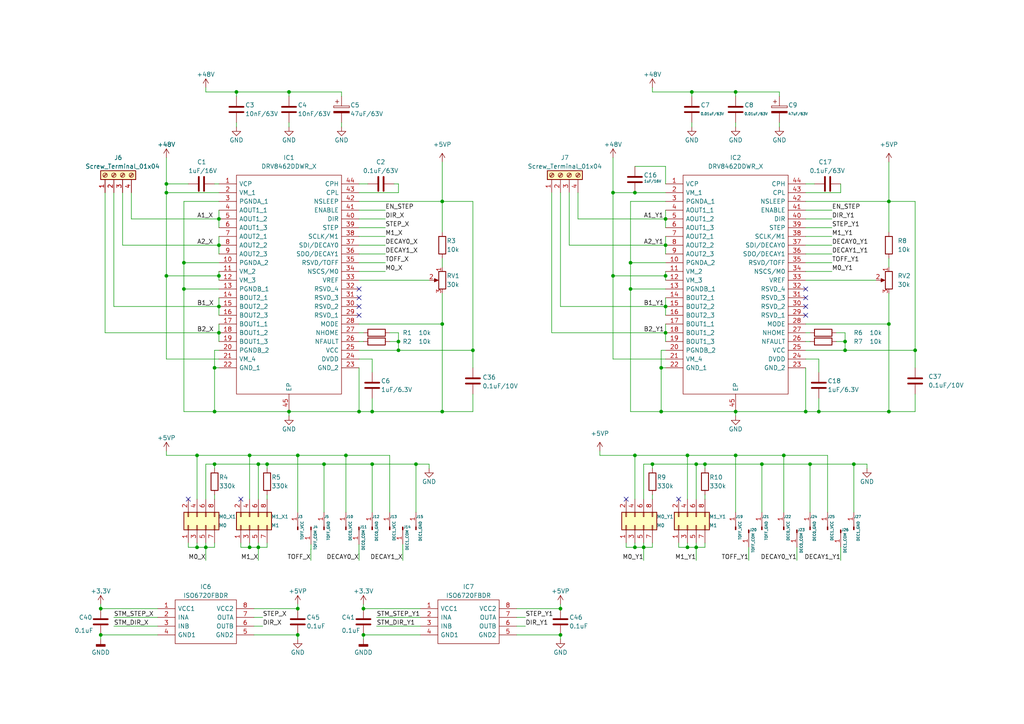
<source format=kicad_sch>
(kicad_sch (version 20230121) (generator eeschema)
  (paper "A4")
  (title_block (title "PCK Controller V1") (company "Josef Pecka"))
  (junction (at 128.27 119.38))
  (junction (at 62.23 119.38))
  (junction (at 86.36 132.08))
  (junction (at 77.47 134.62))
  (junction (at 204.47 134.62))
  (junction (at 182.88 76.2))
  (junction (at 137.16 101.6))
  (junction (at 57.15 158.75))
  (junction (at 184.15 55.88))
  (junction (at 74.93 158.75))
  (junction (at 63.5 80.01))
  (junction (at 57.15 132.08))
  (junction (at 245.11 101.6))
  (junction (at 48.26 80.01))
  (junction (at 86.36 184.15))
  (junction (at 59.69 158.75))
  (junction (at 115.57 99.06))
  (junction (at 213.36 26.67))
  (junction (at 184.15 132.08))
  (junction (at 265.43 101.6))
  (junction (at 128.27 58.42))
  (junction (at 29.21 176.53))
  (junction (at 191.77 119.38))
  (junction (at 193.04 88.9))
  (junction (at 162.56 184.15))
  (junction (at 257.81 93.98))
  (junction (at 201.93 158.75))
  (junction (at 237.49 119.38))
  (junction (at 220.98 134.62))
  (junction (at 83.82 119.38))
  (junction (at 53.34 83.82))
  (junction (at 257.81 119.38))
  (junction (at 104.14 119.38))
  (junction (at 63.5 63.5))
  (junction (at 199.39 132.08))
  (junction (at 199.39 158.75))
  (junction (at 128.27 93.98))
  (junction (at 63.5 96.52))
  (junction (at 201.93 134.62))
  (junction (at 48.26 55.88))
  (junction (at 200.66 26.67))
  (junction (at 182.88 83.82))
  (junction (at 120.65 134.62))
  (junction (at 227.33 132.08))
  (junction (at 234.95 134.62))
  (junction (at 177.8 55.88))
  (junction (at 63.5 88.9))
  (junction (at 62.23 106.68))
  (junction (at 53.34 76.2))
  (junction (at 105.41 176.53))
  (junction (at 100.33 132.08))
  (junction (at 72.39 132.08))
  (junction (at 233.68 119.38))
  (junction (at 189.23 134.62))
  (junction (at 74.93 134.62))
  (junction (at 177.8 80.01))
  (junction (at 213.36 132.08))
  (junction (at 162.56 176.53))
  (junction (at 191.77 106.68))
  (junction (at 105.41 184.15))
  (junction (at 68.58 26.67))
  (junction (at 62.23 134.62))
  (junction (at 184.15 158.75))
  (junction (at 193.04 71.12))
  (junction (at 193.04 63.5))
  (junction (at 186.69 158.75))
  (junction (at 86.36 176.53))
  (junction (at 245.11 99.06))
  (junction (at 72.39 158.75))
  (junction (at 115.57 101.6))
  (junction (at 107.95 134.62))
  (junction (at 193.04 80.01))
  (junction (at 213.36 119.38))
  (junction (at 29.21 184.15))
  (junction (at 83.82 26.67))
  (junction (at 247.65 134.62))
  (junction (at 63.5 71.12))
  (junction (at 257.81 58.42))
  (junction (at 48.26 53.34))
  (junction (at 93.98 134.62))
  (junction (at 193.04 96.52))
  (junction (at 107.95 119.38))
  (no_connect (at 196.85 144.78))
  (no_connect (at 54.61 144.78))
  (no_connect (at 104.14 91.44))
  (no_connect (at 69.85 144.78))
  (no_connect (at 104.14 88.9))
  (no_connect (at 233.68 88.9))
  (no_connect (at 233.68 83.82))
  (no_connect (at 104.14 83.82))
  (no_connect (at 181.61 144.78))
  (no_connect (at 104.14 86.36))
  (no_connect (at 233.68 91.44))
  (no_connect (at 233.68 86.36))
  (wire (pts (xy 77.47 158.75) (xy 74.93 158.75)))
  (wire (pts (xy 104.14 119.38) (xy 107.95 119.38)))
  (wire (pts (xy 184.15 132.08) (xy 199.39 132.08)))
  (wire (pts (xy 182.88 76.2) (xy 193.04 76.2)))
  (wire (pts (xy 38.1 63.5) (xy 38.1 55.88)))
  (wire (pts (xy 53.34 83.82) (xy 53.34 119.38)))
  (wire (pts (xy 86.36 176.53) (xy 86.36 175.26)))
  (wire (pts (xy 83.82 35.56) (xy 83.82 36.83)))
  (wire (pts (xy 189.23 158.75) (xy 186.69 158.75)))
  (wire (pts (xy 237.49 115.57) (xy 237.49 119.38)))
  (wire (pts (xy 38.1 63.5) (xy 63.5 63.5)))
  (wire (pts (xy 162.56 88.9) (xy 162.56 55.88)))
  (wire (pts (xy 48.26 104.14) (xy 63.5 104.14)))
  (wire (pts (xy 69.85 157.48) (xy 69.85 158.75)))
  (wire (pts (xy 115.57 96.52) (xy 115.57 99.06)))
  (wire (pts (xy 189.23 143.51) (xy 189.23 144.78)))
  (wire (pts (xy 243.84 158.75) (xy 243.84 162.56)))
  (wire (pts (xy 48.26 132.08) (xy 48.26 130.81)))
  (wire (pts (xy 182.88 83.82) (xy 182.88 119.38)))
  (wire (pts (xy 105.41 184.15) (xy 121.92 184.15)))
  (wire (pts (xy 257.81 85.09) (xy 257.81 93.98)))
  (wire (pts (xy 76.2 179.07) (xy 73.66 179.07)))
  (wire (pts (xy 54.61 158.75) (xy 57.15 158.75)))
  (wire (pts (xy 104.14 66.04) (xy 111.76 66.04)))
  (wire (pts (xy 104.14 99.06) (xy 105.41 99.06)))
  (wire (pts (xy 77.47 134.62) (xy 77.47 135.89)))
  (wire (pts (xy 33.02 88.9) (xy 63.5 88.9)))
  (wire (pts (xy 213.36 132.08) (xy 199.39 132.08)))
  (wire (pts (xy 181.61 158.75) (xy 184.15 158.75)))
  (wire (pts (xy 137.16 58.42) (xy 137.16 101.6)))
  (wire (pts (xy 149.86 176.53) (xy 162.56 176.53)))
  (wire (pts (xy 237.49 107.95) (xy 237.49 104.14)))
  (wire (pts (xy 213.36 26.67) (xy 226.06 26.67)))
  (wire (pts (xy 204.47 134.62) (xy 204.47 135.89)))
  (wire (pts (xy 74.93 134.62) (xy 77.47 134.62)))
  (wire (pts (xy 204.47 143.51) (xy 204.47 144.78)))
  (wire (pts (xy 62.23 106.68) (xy 62.23 119.38)))
  (wire (pts (xy 213.36 132.08) (xy 227.33 132.08)))
  (wire (pts (xy 233.68 96.52) (xy 234.95 96.52)))
  (wire (pts (xy 243.84 55.88) (xy 243.84 53.34)))
  (wire (pts (xy 116.8204 159.3798) (xy 116.84 159.3798)))
  (wire (pts (xy 128.27 119.38) (xy 137.16 119.38)))
  (wire (pts (xy 204.47 158.75) (xy 201.93 158.75)))
  (wire (pts (xy 181.61 157.48) (xy 181.61 158.75)))
  (wire (pts (xy 53.34 119.38) (xy 62.23 119.38)))
  (wire (pts (xy 199.39 132.08) (xy 199.39 144.78)))
  (wire (pts (xy 245.11 99.06) (xy 245.11 101.6)))
  (wire (pts (xy 83.82 119.38) (xy 104.14 119.38)))
  (wire (pts (xy 59.69 26.67) (xy 68.58 26.67)))
  (wire (pts (xy 104.14 60.96) (xy 111.76 60.96)))
  (wire (pts (xy 109.22 179.07) (xy 121.92 179.07)))
  (wire (pts (xy 193.04 96.52) (xy 193.04 99.06)))
  (wire (pts (xy 184.15 158.75) (xy 184.15 157.48)))
  (wire (pts (xy 30.48 96.52) (xy 30.48 55.88)))
  (wire (pts (xy 104.14 63.5) (xy 111.76 63.5)))
  (wire (pts (xy 227.33 132.08) (xy 240.03 132.08)))
  (wire (pts (xy 111.76 68.58) (xy 104.14 68.58)))
  (wire (pts (xy 29.21 175.26) (xy 29.21 176.53)))
  (wire (pts (xy 201.93 162.56) (xy 201.93 158.75)))
  (wire (pts (xy 109.22 181.61) (xy 121.92 181.61)))
  (wire (pts (xy 233.68 106.68) (xy 233.68 119.38)))
  (wire (pts (xy 137.16 119.38) (xy 137.16 114.3)))
  (wire (pts (xy 182.88 119.38) (xy 191.77 119.38)))
  (wire (pts (xy 54.61 157.48) (xy 54.61 158.75)))
  (wire (pts (xy 72.39 132.08) (xy 72.39 144.78)))
  (wire (pts (xy 69.85 158.75) (xy 72.39 158.75)))
  (wire (pts (xy 152.4 181.61) (xy 149.86 181.61)))
  (wire (pts (xy 63.5 93.98) (xy 63.5 96.52)))
  (wire (pts (xy 257.81 93.98) (xy 257.81 119.38)))
  (wire (pts (xy 128.27 58.42) (xy 128.27 67.31)))
  (wire (pts (xy 62.23 158.75) (xy 59.69 158.75)))
  (wire (pts (xy 189.23 134.62) (xy 201.93 134.62)))
  (wire (pts (xy 167.64 63.5) (xy 167.64 55.88)))
  (wire (pts (xy 137.16 101.6) (xy 137.16 106.68)))
  (wire (pts (xy 73.66 176.53) (xy 86.36 176.53)))
  (wire (pts (xy 204.47 134.62) (xy 220.98 134.62)))
  (wire (pts (xy 200.66 35.56) (xy 200.66 36.83)))
  (wire (pts (xy 234.95 134.62) (xy 247.65 134.62)))
  (wire (pts (xy 160.02 96.52) (xy 193.04 96.52)))
  (wire (pts (xy 149.86 184.15) (xy 162.56 184.15)))
  (wire (pts (xy 182.88 83.82) (xy 193.04 83.82)))
  (wire (pts (xy 193.04 60.96) (xy 193.04 63.5)))
  (wire (pts (xy 86.36 132.08) (xy 72.39 132.08)))
  (wire (pts (xy 233.68 81.28) (xy 254 81.28)))
  (wire (pts (xy 189.23 134.62) (xy 189.23 135.89)))
  (wire (pts (xy 162.56 88.9) (xy 193.04 88.9)))
  (wire (pts (xy 196.85 158.75) (xy 199.39 158.75)))
  (wire (pts (xy 35.56 71.12) (xy 35.56 55.88)))
  (wire (pts (xy 165.1 71.12) (xy 165.1 55.88)))
  (wire (pts (xy 233.68 66.04) (xy 241.3 66.04)))
  (wire (pts (xy 186.69 158.75) (xy 186.69 157.48)))
  (wire (pts (xy 220.98 134.62) (xy 234.95 134.62)))
  (wire (pts (xy 116.8204 157.9191) (xy 116.8204 159.3798)))
  (wire (pts (xy 226.06 35.56) (xy 226.06 36.83)))
  (wire (pts (xy 68.58 26.67) (xy 83.82 26.67)))
  (wire (pts (xy 93.98 134.62) (xy 107.95 134.62)))
  (wire (pts (xy 33.02 88.9) (xy 33.02 55.88)))
  (wire (pts (xy 201.93 134.62) (xy 201.93 144.78)))
  (wire (pts (xy 233.68 63.5) (xy 241.3 63.5)))
  (wire (pts (xy 57.15 158.75) (xy 57.15 157.48)))
  (wire (pts (xy 213.36 35.56) (xy 213.36 36.83)))
  (wire (pts (xy 72.39 158.75) (xy 72.39 157.48)))
  (wire (pts (xy 257.81 58.42) (xy 257.81 67.31)))
  (wire (pts (xy 167.64 63.5) (xy 193.04 63.5)))
  (wire (pts (xy 241.3 78.74) (xy 233.68 78.74)))
  (wire (pts (xy 57.15 132.08) (xy 72.39 132.08)))
  (wire (pts (xy 100.33 132.08) (xy 113.03 132.08)))
  (wire (pts (xy 86.36 148.59) (xy 86.36 132.08)))
  (wire (pts (xy 90.2013 159.3162) (xy 90.17 159.3162)))
  (wire (pts (xy 247.65 134.62) (xy 251.46 134.62)))
  (wire (pts (xy 115.57 55.88) (xy 115.57 53.34)))
  (wire (pts (xy 213.36 26.67) (xy 213.36 27.94)))
  (wire (pts (xy 193.04 63.5) (xy 193.04 66.04)))
  (wire (pts (xy 77.47 134.62) (xy 93.98 134.62)))
  (wire (pts (xy 241.3 76.2) (xy 233.68 76.2)))
  (wire (pts (xy 173.99 132.08) (xy 184.15 132.08)))
  (wire (pts (xy 62.23 134.62) (xy 62.23 135.89)))
  (wire (pts (xy 63.5 78.74) (xy 63.5 80.01)))
  (wire (pts (xy 251.46 134.62) (xy 251.46 135.89)))
  (wire (pts (xy 63.5 68.58) (xy 63.5 71.12)))
  (wire (pts (xy 200.66 26.67) (xy 213.36 26.67)))
  (wire (pts (xy 265.43 119.38) (xy 265.43 114.3)))
  (wire (pts (xy 115.57 101.6) (xy 137.16 101.6)))
  (wire (pts (xy 74.93 158.75) (xy 74.93 157.48)))
  (wire (pts (xy 76.2 181.61) (xy 73.66 181.61)))
  (wire (pts (xy 160.02 96.52) (xy 160.02 55.88)))
  (wire (pts (xy 62.23 157.48) (xy 62.23 158.75)))
  (wire (pts (xy 242.57 99.06) (xy 245.11 99.06)))
  (wire (pts (xy 162.56 176.53) (xy 162.56 175.26)))
  (wire (pts (xy 201.93 158.75) (xy 201.93 157.48)))
  (wire (pts (xy 182.88 76.2) (xy 182.88 83.82)))
  (wire (pts (xy 196.85 157.48) (xy 196.85 158.75)))
  (wire (pts (xy 128.27 58.42) (xy 137.16 58.42)))
  (wire (pts (xy 107.95 119.38) (xy 128.27 119.38)))
  (wire (pts (xy 213.36 148.59) (xy 213.36 132.08)))
  (wire (pts (xy 33.02 179.07) (xy 45.72 179.07)))
  (wire (pts (xy 104.14 81.28) (xy 124.46 81.28)))
  (wire (pts (xy 105.41 185.42) (xy 105.41 184.15)))
  (wire (pts (xy 177.8 45.72) (xy 177.8 55.88)))
  (wire (pts (xy 57.15 132.08) (xy 57.15 144.78)))
  (wire (pts (xy 30.48 96.52) (xy 63.5 96.52)))
  (wire (pts (xy 186.69 144.78) (xy 186.69 134.62)))
  (wire (pts (xy 191.77 106.68) (xy 191.77 119.38)))
  (wire (pts (xy 104.1204 157.9191) (xy 104.1204 160.6498)))
  (wire (pts (xy 63.5 96.52) (xy 63.5 99.06)))
  (wire (pts (xy 233.68 119.38) (xy 237.49 119.38)))
  (wire (pts (xy 226.06 26.67) (xy 226.06 27.94)))
  (wire (pts (xy 257.81 58.42) (xy 265.43 58.42)))
  (wire (pts (xy 86.36 184.15) (xy 86.36 185.42)))
  (wire (pts (xy 193.04 101.6) (xy 191.77 101.6)))
  (wire (pts (xy 184.15 132.08) (xy 184.15 144.78)))
  (wire (pts (xy 59.69 158.75) (xy 59.69 157.48)))
  (wire (pts (xy 68.58 35.56) (xy 68.58 36.83)))
  (wire (pts (xy 48.26 80.01) (xy 63.5 80.01)))
  (wire (pts (xy 99.06 35.56) (xy 99.06 36.83)))
  (wire (pts (xy 29.21 185.42) (xy 29.21 184.15)))
  (wire (pts (xy 234.95 134.62) (xy 234.95 148.59)))
  (wire (pts (xy 233.68 60.96) (xy 241.3 60.96)))
  (wire (pts (xy 233.68 101.6) (xy 245.11 101.6)))
  (wire (pts (xy 245.11 101.6) (xy 265.43 101.6)))
  (wire (pts (xy 201.93 158.75) (xy 199.39 158.75)))
  (wire (pts (xy 63.5 86.36) (xy 63.5 88.9)))
  (wire (pts (xy 257.81 46.99) (xy 257.81 58.42)))
  (wire (pts (xy 152.4 179.07) (xy 149.86 179.07)))
  (wire (pts (xy 120.65 134.62) (xy 120.65 148.59)))
  (wire (pts (xy 29.21 184.15) (xy 45.72 184.15)))
  (wire (pts (xy 177.8 55.88) (xy 184.15 55.88)))
  (wire (pts (xy 204.47 157.48) (xy 204.47 158.75)))
  (wire (pts (xy 104.14 55.88) (xy 115.57 55.88)))
  (wire (pts (xy 83.82 26.67) (xy 99.06 26.67)))
  (wire (pts (xy 59.69 144.78) (xy 59.69 134.62)))
  (wire (pts (xy 165.1 71.12) (xy 193.04 71.12)))
  (wire (pts (xy 233.68 99.06) (xy 234.95 99.06)))
  (wire (pts (xy 242.57 96.52) (xy 245.11 96.52)))
  (wire (pts (xy 189.23 26.67) (xy 200.66 26.67)))
  (wire (pts (xy 162.56 184.15) (xy 162.56 185.42)))
  (wire (pts (xy 191.77 106.68) (xy 193.04 106.68)))
  (wire (pts (xy 237.49 119.38) (xy 257.81 119.38)))
  (wire (pts (xy 220.98 134.62) (xy 220.98 148.59)))
  (wire (pts (xy 265.43 58.42) (xy 265.43 101.6)))
  (wire (pts (xy 184.15 55.88) (xy 193.04 55.88)))
  (wire (pts (xy 213.36 120.65) (xy 213.36 119.38)))
  (wire (pts (xy 107.95 115.57) (xy 107.95 119.38)))
  (wire (pts (xy 193.04 93.98) (xy 193.04 96.52)))
  (wire (pts (xy 48.26 55.88) (xy 63.5 55.88)))
  (wire (pts (xy 63.5 60.96) (xy 63.5 63.5)))
  (wire (pts (xy 105.41 175.26) (xy 105.41 176.53)))
  (wire (pts (xy 53.34 58.42) (xy 63.5 58.42)))
  (wire (pts (xy 62.23 134.62) (xy 74.93 134.62)))
  (wire (pts (xy 120.65 134.62) (xy 124.46 134.62)))
  (wire (pts (xy 74.93 158.75) (xy 72.39 158.75)))
  (wire (pts (xy 105.41 176.53) (xy 121.92 176.53)))
  (wire (pts (xy 86.36 132.08) (xy 100.33 132.08)))
  (wire (pts (xy 241.3 68.58) (xy 233.68 68.58)))
  (wire (pts (xy 128.27 46.99) (xy 128.27 58.42)))
  (wire (pts (xy 233.68 58.42) (xy 257.81 58.42)))
  (wire (pts (xy 191.77 101.6) (xy 191.77 106.68)))
  (wire (pts (xy 233.68 53.34) (xy 236.22 53.34)))
  (wire (pts (xy 104.14 106.68) (xy 104.14 119.38)))
  (wire (pts (xy 115.57 99.06) (xy 115.57 101.6)))
  (wire (pts (xy 128.27 85.09) (xy 128.27 93.98)))
  (wire (pts (xy 74.93 134.62) (xy 74.93 144.78)))
  (wire (pts (xy 227.33 132.08) (xy 227.33 148.59)))
  (wire (pts (xy 107.95 104.14) (xy 104.14 104.14)))
  (wire (pts (xy 59.69 26.67) (xy 59.69 25.4)))
  (wire (pts (xy 193.04 80.01) (xy 193.04 81.28)))
  (wire (pts (xy 48.26 80.01) (xy 48.26 104.14)))
  (wire (pts (xy 177.8 55.88) (xy 177.8 80.01)))
  (wire (pts (xy 201.93 134.62) (xy 204.47 134.62)))
  (wire (pts (xy 63.5 88.9) (xy 63.5 91.44)))
  (wire (pts (xy 233.68 93.98) (xy 257.81 93.98)))
  (wire (pts (xy 193.04 48.26) (xy 193.04 53.34)))
  (wire (pts (xy 182.88 58.42) (xy 182.88 76.2)))
  (wire (pts (xy 177.8 80.01) (xy 193.04 80.01)))
  (wire (pts (xy 245.11 96.52) (xy 245.11 99.06)))
  (wire (pts (xy 90.17 159.3162) (xy 90.17 162.56)))
  (wire (pts (xy 48.26 55.88) (xy 48.26 80.01)))
  (wire (pts (xy 48.26 53.34) (xy 54.61 53.34)))
  (wire (pts (xy 48.26 132.08) (xy 57.15 132.08)))
  (wire (pts (xy 59.69 162.56) (xy 59.69 158.75)))
  (wire (pts (xy 111.76 73.66) (xy 104.14 73.66)))
  (wire (pts (xy 177.8 80.01) (xy 177.8 104.14)))
  (wire (pts (xy 53.34 83.82) (xy 63.5 83.82)))
  (wire (pts (xy 100.33 132.08) (xy 100.33 148.59)))
  (wire (pts (xy 213.36 119.38) (xy 191.77 119.38)))
  (wire (pts (xy 237.49 104.14) (xy 233.68 104.14)))
  (wire (pts (xy 240.03 132.08) (xy 240.03 148.59)))
  (wire (pts (xy 104.1204 160.6498) (xy 104.14 160.6498)))
  (wire (pts (xy 29.21 176.53) (xy 45.72 176.53)))
  (wire (pts (xy 193.04 68.58) (xy 193.04 71.12)))
  (wire (pts (xy 193.04 78.74) (xy 193.04 80.01)))
  (wire (pts (xy 184.15 48.26) (xy 193.04 48.26)))
  (wire (pts (xy 257.81 119.38) (xy 265.43 119.38)))
  (wire (pts (xy 115.57 53.34) (xy 114.3 53.34)))
  (wire (pts (xy 213.36 119.38) (xy 233.68 119.38)))
  (wire (pts (xy 59.69 158.75) (xy 57.15 158.75)))
  (wire (pts (xy 63.5 71.12) (xy 63.5 73.66)))
  (wire (pts (xy 53.34 76.2) (xy 53.34 83.82)))
  (wire (pts (xy 107.95 107.95) (xy 107.95 104.14)))
  (wire (pts (xy 77.47 157.48) (xy 77.47 158.75)))
  (wire (pts (xy 186.69 134.62) (xy 189.23 134.62)))
  (wire (pts (xy 74.93 162.56) (xy 74.93 158.75)))
  (wire (pts (xy 124.46 134.62) (xy 124.46 135.89)))
  (wire (pts (xy 265.43 101.6) (xy 265.43 106.68)))
  (wire (pts (xy 177.8 104.14) (xy 193.04 104.14)))
  (wire (pts (xy 189.23 26.67) (xy 189.23 25.4)))
  (wire (pts (xy 111.76 78.74) (xy 104.14 78.74)))
  (wire (pts (xy 63.5 101.6) (xy 62.23 101.6)))
  (wire (pts (xy 62.23 101.6) (xy 62.23 106.68)))
  (wire (pts (xy 48.26 45.72) (xy 48.26 53.34)))
  (wire (pts (xy 35.56 71.12) (xy 63.5 71.12)))
  (wire (pts (xy 189.23 157.48) (xy 189.23 158.75)))
  (wire (pts (xy 186.69 158.75) (xy 184.15 158.75)))
  (wire (pts (xy 128.27 74.93) (xy 128.27 77.47)))
  (wire (pts (xy 83.82 120.65) (xy 83.82 119.38)))
  (wire (pts (xy 116.84 159.3798) (xy 116.84 162.56)))
  (wire (pts (xy 200.66 26.67) (xy 200.66 27.94)))
  (wire (pts (xy 186.69 162.56) (xy 186.69 158.75)))
  (wire (pts (xy 193.04 71.12) (xy 193.04 73.66)))
  (wire (pts (xy 217.17 162.56) (xy 217.17 158.75)))
  (wire (pts (xy 241.3 73.66) (xy 233.68 73.66)))
  (wire (pts (xy 62.23 53.34) (xy 63.5 53.34)))
  (wire (pts (xy 257.81 74.93) (xy 257.81 77.47)))
  (wire (pts (xy 83.82 26.67) (xy 83.82 27.94)))
  (wire (pts (xy 104.14 160.6498) (xy 104.14 162.56)))
  (wire (pts (xy 111.76 71.12) (xy 104.14 71.12)))
  (wire (pts (xy 182.88 58.42) (xy 193.04 58.42)))
  (wire (pts (xy 33.02 181.61) (xy 45.72 181.61)))
  (wire (pts (xy 193.04 88.9) (xy 193.04 91.44)))
  (wire (pts (xy 193.04 86.36) (xy 193.04 88.9)))
  (wire (pts (xy 63.5 80.01) (xy 63.5 81.28)))
  (wire (pts (xy 77.47 143.51) (xy 77.47 144.78)))
  (wire (pts (xy 107.95 134.62) (xy 120.65 134.62)))
  (wire (pts (xy 128.27 93.98) (xy 128.27 119.38)))
  (wire (pts (xy 113.03 99.06) (xy 115.57 99.06)))
  (wire (pts (xy 62.23 143.51) (xy 62.23 144.78)))
  (wire (pts (xy 107.95 134.62) (xy 107.95 148.59)))
  (wire (pts (xy 104.14 96.52) (xy 105.41 96.52)))
  (wire (pts (xy 53.34 58.42) (xy 53.34 76.2)))
  (wire (pts (xy 113.03 132.08) (xy 113.03 148.59)))
  (wire (pts (xy 111.76 76.2) (xy 104.14 76.2)))
  (wire (pts (xy 173.99 130.81) (xy 173.99 132.08)))
  (wire (pts (xy 90.2013 159.3162) (xy 90.2013 157.9191)))
  (wire (pts (xy 104.14 93.98) (xy 128.27 93.98)))
  (wire (pts (xy 247.65 134.62) (xy 247.65 148.59)))
  (wire (pts (xy 104.14 53.34) (xy 106.68 53.34)))
  (wire (pts (xy 73.66 184.15) (xy 86.36 184.15)))
  (wire (pts (xy 231.14 158.75) (xy 231.14 162.56)))
  (wire (pts (xy 233.68 55.88) (xy 243.84 55.88)))
  (wire (pts (xy 113.03 96.52) (xy 115.57 96.52)))
  (wire (pts (xy 99.06 26.67) (xy 99.06 27.94)))
  (wire (pts (xy 83.82 119.38) (xy 62.23 119.38)))
  (wire (pts (xy 104.14 101.6) (xy 115.57 101.6)))
  (wire (pts (xy 241.3 71.12) (xy 233.68 71.12)))
  (wire (pts (xy 68.58 26.67) (xy 68.58 27.94)))
  (wire (pts (xy 199.39 158.75) (xy 199.39 157.48)))
  (wire (pts (xy 62.23 106.68) (xy 63.5 106.68)))
  (wire (pts (xy 48.26 53.34) (xy 48.26 55.88)))
  (wire (pts (xy 53.34 76.2) (xy 63.5 76.2)))
  (wire (pts (xy 63.5 63.5) (xy 63.5 66.04)))
  (wire (pts (xy 59.69 134.62) (xy 62.23 134.62)))
  (wire (pts (xy 104.14 58.42) (xy 128.27 58.42)))
  (wire (pts (xy 93.98 134.62) (xy 93.98 148.59)))
  (label "M1_X" (at 74.93 162.56 180))
  (label "DECAY1_X" (at 111.76 73.66 0))
  (label "DIR_Y1" (at 241.3 63.5 0))
  (label "STM_STEP_X" (at 33.02 179.07 0))
  (label "DIR_X" (at 111.76 63.5 0))
  (label "M0_X" (at 111.76 78.74 0))
  (label "DECAY0_X" (at 104.14 162.56 180))
  (label "EN_STEP" (at 241.3 60.96 0))
  (label "DECAY0_Y1" (at 241.3 71.12 0))
  (label "A2_Y1" (at 186.69 71.12 0))
  (label "B1_X" (at 57.15 88.9 0))
  (label "B1_Y1" (at 186.69 88.9 0))
  (label "M0_Y1" (at 241.3 78.74 0))
  (label "TOFF_Y1" (at 217.17 162.56 180))
  (label "M0_X" (at 59.69 162.56 180))
  (label "TOFF_Y1" (at 241.3 76.2 0))
  (label "STEP_X" (at 76.2 179.07 0))
  (label "B2_Y1" (at 186.69 96.52 0))
  (label "STM_DIR_X" (at 33.02 181.61 0))
  (label "STEP_Y1" (at 241.3 66.04 0))
  (label "TOFF_X" (at 90.17 162.56 180))
  (label "TOFF_X" (at 111.76 76.2 0))
  (label "A2_X" (at 57.15 71.12 0))
  (label "STEP_X" (at 111.76 66.04 0))
  (label "M0_Y1" (at 186.69 162.56 180))
  (label "STM_DIR_Y1" (at 109.22 181.61 0))
  (label "STEP_Y1" (at 152.4 179.07 0))
  (label "DECAY0_Y1" (at 231.14 162.56 180))
  (label "EN_STEP" (at 111.76 60.96 0))
  (label "M1_Y1" (at 201.93 162.56 180))
  (label "M1_X" (at 111.76 68.58 0))
  (label "B2_X" (at 57.15 96.52 0))
  (label "A1_Y1" (at 186.69 63.5 0))
  (label "M1_Y1" (at 241.3 68.58 0))
  (label "A1_X" (at 57.15 63.5 0))
  (label "DIR_X" (at 76.2 181.61 0))
  (label "STM_STEP_Y1" (at 109.22 179.07 0))
  (label "DECAY1_Y1" (at 241.3 73.66 0))
  (label "DECAY1_Y1" (at 243.84 162.56 180))
  (label "DECAY1_X" (at 116.84 162.56 180))
  (label "DECAY0_X" (at 111.76 71.12 0))
  (label "DIR_Y1" (at 152.4 181.61 0))
  (symbol (lib_id "power:GND") (at 83.82 36.83 0) (unit 1)
    (property "Reference" "#PWR08" (effects hide))
    (property "Value" "GND" (at 83.82 40.64 0))
    (instances (project "CNC_board" (path "" (reference "#PWR08") (unit 1))) (project "Schematic_export" (path "" (reference "#PWR027") (unit 1))) (project "CNC_controll_board" (path "" (reference "#PWR08") (unit 1))))
  )
  (symbol (lib_id "Connector:Conn_01x01_Pin") (at 107.95 153.67 90) (unit 1)
    (property "Reference" "J12" (at 107.95 149.86 90) (effects (font (size 0.75 0.75)) (justify right)))
    (property "Value" "DEC0_GND" (at 109.22 151.13 0) (effects (font (size 0.75 0.75)) (justify right)))
    (property "Footprint" "PADs:Pad_0.75x0.75mm_borderless" (effects hide))
    (instances (project "CNC_board" (path "" (reference "J12") (unit 1))) (project "Schematic_export" (path "" (reference "J8") (unit 1))))
  )
  (symbol (lib_id "Device:C") (at 213.36 31.75 0) (unit 1)
    (property "Reference" "C8" (at 215.9 30.48 0) (effects (justify left)))
    (property "Value" "0.01uF/63V" (at 215.9 33.02 0) (effects (font (size 0.75 0.75)) (justify left)))
    (property "Footprint" "Capacitor_SMD:C_0805_2012Metric" (effects hide))
    (instances (project "CNC_board" (path "" (reference "C8") (unit 1))) (project "Schematic_export" (path "" (reference "C24") (unit 1))) (project "CNC_controll_board" (path "" (reference "C4") (unit 1))))
  )
  (symbol (lib_id "Connector:Conn_01x01_Pin") (at 86.36 153.67 90) (unit 1)
    (property "Reference" "J3" (at 86.36 149.86 90) (effects (font (size 0.75 0.75)) (justify right)))
    (property "Value" "TOFF_VCC" (at 87.63 151.13 0) (effects (font (size 0.75 0.75)) (justify right)))
    (property "Footprint" "PADs:Pad_0.75x0.75mm_borderless" (effects hide))
  )
  (symbol (lib_id "Device:R") (at 189.23 139.7 0) (unit 1)
    (property "Reference" "R9" (at 190.5 138.43 0) (effects (justify left)))
    (property "Value" "330k" (at 190.5 140.97 0) (effects (justify left)))
    (property "Footprint" "Resistor_SMD:R_0603_1608Metric" (effects hide))
    (instances (project "CNC_board" (path "" (reference "R9") (unit 1))) (project "Schematic_export" (path "" (reference "R13") (unit 1))))
  )
  (symbol (lib_id "Device:C") (at 29.21 180.34 0) (unit 1)
    (property "Reference" "C40" (at 22.86 179.07 0) (effects (justify left)))
    (property "Value" "0.1uF" (at 21.59 182.88 0) (effects (justify left)))
    (property "Footprint" "Capacitor_SMD:C_0402_1005Metric" (effects hide))
    (instances (project "CNC_board" (path "" (reference "C40") (unit 1))) (project "Schematic_export" (path "" (reference "C43") (unit 1)) (path "" (reference "C43") (unit 1))))
  )
  (symbol (lib_id "power:+3.3V") (at 29.21 175.26 0) (unit 1)
    (property "Reference" "#PWR034" (effects hide))
    (property "Value" "+3.3V" (at 29.21 171.45 0))
    (instances (project "CNC_board" (path "" (reference "#PWR034") (unit 1))) (project "Schematic_export" (path "" (reference "#PWR059") (unit 1)) (path "" (reference "#PWR059") (unit 1))))
  )
  (symbol (lib_id "Device:C_Polarized") (at 99.06 31.75 0) (unit 1)
    (property "Reference" "C5" (at 101.6 30.48 0) (effects (justify left)))
    (property "Value" "47uF/63V" (at 101.6 33.02 0) (effects (font (size 1.25 1.25)) (justify left)))
    (property "Footprint" "Capacitor_SMD:CP_Elec_8x10" (effects hide))
    (instances (project "CNC_board" (path "" (reference "C5") (unit 1))) (project "Schematic_export" (path "" (reference "C18") (unit 1))) (project "CNC_controll_board" (path "" (reference "C5") (unit 1))))
  )
  (symbol (lib_id "Connector:Conn_01x01_Pin") (at 240.03 153.67 90) (unit 1)
    (property "Reference" "J25" (at 240.03 149.86 90) (effects (font (size 0.75 0.75)) (justify right)))
    (property "Value" "DEC1_VCC" (at 241.3 151.13 0) (effects (font (size 0.75 0.75)) (justify right)))
    (property "Footprint" "PADs:Pad_0.75x0.75mm_borderless" (effects hide))
    (instances (project "CNC_board" (path "" (reference "J25") (unit 1))) (project "Schematic_export" (path "" (reference "J19") (unit 1))))
  )
  (symbol (lib_id "SamacSys_Parts:ISO6720FBDR") (at 45.72 176.53 0) (unit 1)
    (property "Reference" "IC6" (at 59.69 170.18 0))
    (property "Value" "ISO6720FBDR" (at 59.69 172.72 0))
    (property "Footprint" "SamacSys_Parts:SOIC127P600X175-8N" (effects hide))
    (property "Datasheet" "https://www.ti.com/lit/ds/symlink/iso6720.pdf?ts=1631770491208&ref_url=https%253A%252F%252Fwww.ti.com%252Fproduct%252FISO6720" (effects hide))
    (property "Description" "Digital Isolators General purpose dual-channel, 2/0, digital isolator" (effects hide))
    (property "Height" "1.75" (effects hide))
    (property "Mouser Part Number" "595-ISO6720FBDR" (effects hide))
    (property "Mouser Price/Stock" "https://www.mouser.co.uk/ProductDetail/Texas-Instruments/ISO6720FBDR?qs=QNEnbhJQKva93m6DsjFZMw%3D%3D" (effects hide))
    (property "Manufacturer_Name" "Texas Instruments" (effects hide))
    (property "Manufacturer_Part_Number" "ISO6720FBDR" (effects hide))
    (instances (project "CNC_board" (path "" (reference "IC6") (unit 1))) (project "Schematic_export" (path "" (reference "IC5") (unit 1)) (path "" (reference "IC5") (unit 1))))
  )
  (symbol (lib_id "Device:R_Potentiometer") (at 257.81 81.28 0) (mirror y) (unit 1)
    (property "Reference" "RV2" (at 260.35 80.01 0) (effects (justify right)))
    (property "Value" "30k" (at 260.35 82.55 0) (effects (justify right)))
    (property "Footprint" "Potentiometer_SMD:Potentiometer_Bourns_TC33X_Vertical" (effects hide))
    (instances (project "CNC_board" (path "" (reference "RV2") (unit 1))) (project "Schematic_export" (path "" (reference "RV2") (unit 1))) (project "CNC_controll_board" (path "" (reference "RV1") (unit 1))))
  )
  (symbol (lib_id "power:GND") (at 200.66 36.83 0) (unit 1)
    (property "Reference" "#PWR01" (effects hide))
    (property "Value" "GND" (at 200.66 40.64 0))
    (instances (project "CNC_board" (path "" (reference "#PWR01") (unit 1))) (project "Schematic_export" (path "" (reference "#PWR035") (unit 1))) (project "CNC_controll_board" (path "" (reference "#PWR07") (unit 1))))
  )
  (symbol (lib_id "Connector:Conn_01x01_Pin") (at 116.8204 152.8391 270) (unit 1)
    (property "Reference" "J14" (at 118.0904 152.8391 90) (effects (font (size 0.75 0.75))))
    (property "Value" "DEC1_COM" (at 118.0904 156.6491 0) (effects (font (size 0.75 0.75))))
    (property "Footprint" "PADs:Pad_0.75x0.75mm_borderless" (effects hide))
    (instances (project "CNC_board" (path "" (reference "J14") (unit 1))) (project "Schematic_export" (path "" (reference "J10") (unit 1))))
  )
  (symbol (lib_id "Device:C") (at 83.82 31.75 0) (unit 1)
    (property "Reference" "C4" (at 86.36 30.48 0) (effects (justify left)))
    (property "Value" "10nF/63V" (at 86.36 33.02 0) (effects (font (size 1.25 1.25)) (justify left)))
    (property "Footprint" "Capacitor_SMD:C_0805_2012Metric" (effects hide))
    (instances (project "CNC_board" (path "" (reference "C4") (unit 1))) (project "Schematic_export" (path "" (reference "C17") (unit 1))) (project "CNC_controll_board" (path "" (reference "C4") (unit 1))))
  )
  (symbol (lib_id "Device:C") (at 86.36 180.34 0) (unit 1)
    (property "Reference" "C45" (at 88.9 179.07 0) (effects (justify left)))
    (property "Value" "0.1uF" (at 88.9 181.61 0) (effects (justify left)))
    (property "Footprint" "Capacitor_SMD:C_0603_1608Metric" (effects hide))
  )
  (symbol (lib_id "Connector:Conn_01x01_Pin") (at 120.65 153.67 90) (unit 1)
    (property "Reference" "J15" (at 120.65 149.86 90) (effects (font (size 0.75 0.75)) (justify right)))
    (property "Value" "DEC1_GND" (at 121.92 151.13 0) (effects (font (size 0.75 0.75)) (justify right)))
    (property "Footprint" "PADs:Pad_0.75x0.75mm_borderless" (effects hide))
    (instances (project "CNC_board" (path "" (reference "J15") (unit 1))) (project "Schematic_export" (path "" (reference "J11") (unit 1))))
  )
  (symbol (lib_id "Connector:Conn_01x01_Pin") (at 247.65 153.67 90) (unit 1)
    (property "Reference" "J27" (at 247.65 149.86 90) (effects (font (size 0.75 0.75)) (justify right)))
    (property "Value" "DEC1_GND" (at 248.92 151.13 0) (effects (font (size 0.75 0.75)) (justify right)))
    (property "Footprint" "PADs:Pad_0.75x0.75mm_borderless" (effects hide))
    (instances (project "CNC_board" (path "" (reference "J27") (unit 1))) (project "Schematic_export" (path "" (reference "J21") (unit 1))))
  )
  (symbol (lib_id "Connector_Generic:Conn_02x04_Odd_Even") (at 184.15 152.4 90) (unit 1)
    (property "Reference" "M0_Y1" (at 190.5 149.86 90) (effects (font (size 1 1)) (justify right)))
    (property "Value" "M0" (at 190.5 152.4 90) (effects (font (size 1 1)) (justify right)))
    (property "Footprint" "Connector_PinHeader_2.54mm:PinHeader_2x04_P2.54mm_Vertical" (effects hide))
  )
  (symbol (lib_id "power:GND") (at 226.06 36.83 0) (unit 1)
    (property "Reference" "#PWR03" (effects hide))
    (property "Value" "GND" (at 226.06 40.64 0))
    (instances (project "CNC_board" (path "" (reference "#PWR03") (unit 1))) (project "Schematic_export" (path "" (reference "#PWR038") (unit 1))) (project "CNC_controll_board" (path "" (reference "#PWR09") (unit 1))))
  )
  (symbol (lib_id "Device:R") (at 238.76 96.52 90) (unit 1)
    (property "Reference" "R6" (at 248.92 96.52 90))
    (property "Value" "10k" (at 254 96.52 90))
    (property "Footprint" "Resistor_SMD:R_0603_1608Metric" (effects hide))
    (instances (project "CNC_board" (path "" (reference "R6") (unit 1))) (project "Schematic_export" (path "" (reference "R15") (unit 1))) (project "CNC_controll_board" (path "" (reference "R1") (unit 1))))
  )
  (symbol (lib_id "power:+5VP") (at 128.27 46.99 0) (unit 1)
    (property "Reference" "#PWR047" (effects hide))
    (property "Value" "+5VP" (at 128.27 41.91 0))
    (instances (project "CNC_board" (path "" (reference "#PWR047") (unit 1))) (project "Schematic_export" (path "" (reference "#PWR031") (unit 1))))
  )
  (symbol (lib_id "Device:C") (at 240.03 53.34 90) (unit 1)
    (property "Reference" "C17" (at 241.3 46.99 90) (effects (justify left)))
    (property "Value" "0.1uF/63V" (at 245.11 49.53 90) (effects (justify left)))
    (property "Footprint" "Capacitor_SMD:C_0805_2012Metric" (effects hide))
    (instances (project "CNC_board" (path "" (reference "C17") (unit 1))) (project "Schematic_export" (path "" (reference "C27") (unit 1))) (project "CNC_controll_board" (path "" (reference "C2") (unit 1))))
  )
  (symbol (lib_id "Device:C") (at 237.49 111.76 0) (unit 1)
    (property "Reference" "C18" (at 240.03 110.49 0) (effects (justify left)))
    (property "Value" "1uF/6.3V" (at 240.03 113.03 0) (effects (justify left)))
    (property "Footprint" "Capacitor_SMD:C_0603_1608Metric" (effects hide))
    (instances (project "CNC_board" (path "" (reference "C18") (unit 1))) (project "Schematic_export" (path "" (reference "C26") (unit 1))) (project "CNC_controll_board" (path "" (reference "C6") (unit 1))))
  )
  (symbol (lib_id "Connector:Conn_01x01_Pin") (at 243.84 153.67 270) (unit 1)
    (property "Reference" "J26" (at 245.11 153.67 90) (effects (font (size 0.75 0.75))))
    (property "Value" "DEC1_COM" (at 245.11 157.48 0) (effects (font (size 0.75 0.75))))
    (property "Footprint" "PADs:Pad_0.75x0.75mm_borderless" (effects hide))
    (instances (project "CNC_board" (path "" (reference "J26") (unit 1))) (project "Schematic_export" (path "" (reference "J20") (unit 1))))
  )
  (symbol (lib_id "Device:C") (at 58.42 53.34 270) (unit 1)
    (property "Reference" "C1" (at 57.15 46.99 90) (effects (justify left)))
    (property "Value" "1uF/16V" (at 54.61 49.53 90) (effects (font (size 1.25 1.25)) (justify left)))
    (property "Footprint" "Capacitor_SMD:C_0603_1608Metric" (effects hide))
    (instances (project "CNC_board" (path "" (reference "C1") (unit 1))) (project "Schematic_export" (path "" (reference "C15") (unit 1))) (project "CNC_controll_board" (path "" (reference "C1") (unit 1))))
  )
  (symbol (lib_id "power:GND") (at 83.82 120.65 0) (unit 1)
    (property "Reference" "#PWR06" (effects hide))
    (property "Value" "GND" (at 83.82 124.46 0))
    (instances (project "CNC_board" (path "" (reference "#PWR06") (unit 1))) (project "Schematic_export" (path "" (reference "#PWR028") (unit 1))) (project "CNC_controll_board" (path "" (reference "#PWR06") (unit 1))))
  )
  (symbol (lib_id "Device:C") (at 184.15 52.07 0) (unit 1)
    (property "Reference" "C16" (at 186.69 50.8 0) (effects (justify left)))
    (property "Value" "1uF/16V" (at 186.7891 52.5602 0) (effects (font (size 0.75 0.75)) (justify left)))
    (property "Footprint" "Capacitor_SMD:C_0603_1608Metric" (effects hide))
    (instances (project "CNC_board" (path "" (reference "C16") (unit 1))) (project "Schematic_export" (path "" (reference "C22") (unit 1))) (project "CNC_controll_board" (path "" (reference "C1") (unit 1))))
  )
  (symbol (lib_id "SamacSys_Parts:DRV8462DDWR") (at 63.5 53.34 0) (unit 1)
    (property "Reference" "IC1" (at 83.82 45.72 0))
    (property "Value" "DRV8462DDWR_X" (at 83.82 48.26 0))
    (property "Footprint" "SamacSys_Parts:SOP64P810X120-45N" (effects hide))
    (property "Datasheet" "https://www.ti.com/lit/gpn/drv8462" (effects hide))
    (property "Description" "Motor / Motion / Ignition Controllers & Drivers 65-V, 10-A, dual H-bridge stepper motor driver with smart tune, stall detect and auto-torque" (effects hide))
    (property "Height" "1.2" (effects hide))
    (property "Mouser Part Number" "595-DRV8462DDWR" (effects hide))
    (property "Mouser Price/Stock" "https://www.mouser.co.uk/ProductDetail/Texas-Instruments/DRV8462DDWR?qs=rQFj71Wb1eVexvYNsDfnvA%3D%3D" (effects hide))
    (property "Manufacturer_Name" "Texas Instruments" (effects hide))
    (property "Manufacturer_Part_Number" "DRV8462DDWR" (effects hide))
  )
  (symbol (lib_id "Device:C") (at 68.58 31.75 0) (unit 1)
    (property "Reference" "C3" (at 71.12 30.48 0) (effects (justify left)))
    (property "Value" "10nF/63V" (at 71.12 33.02 0) (effects (font (size 1.25 1.25)) (justify left)))
    (property "Footprint" "Capacitor_SMD:C_0805_2012Metric" (effects hide))
    (instances (project "CNC_board" (path "" (reference "C3") (unit 1))) (project "Schematic_export" (path "" (reference "C16") (unit 1))) (project "CNC_controll_board" (path "" (reference "C3") (unit 1))))
  )
  (symbol (lib_id "Connector:Conn_01x01_Pin") (at 113.03 153.67 90) (unit 1)
    (property "Reference" "J13" (at 113.03 149.86 90) (effects (font (size 0.75 0.75)) (justify right)))
    (property "Value" "DEC1_VCC" (at 114.3 151.13 0) (effects (font (size 0.75 0.75)) (justify right)))
    (property "Footprint" "PADs:Pad_0.75x0.75mm_borderless" (effects hide))
    (instances (project "CNC_board" (path "" (reference "J13") (unit 1))) (project "Schematic_export" (path "" (reference "J9") (unit 1))))
  )
  (symbol (lib_id "Connector:Screw_Terminal_01x04") (at 33.02 50.8 90) (unit 1)
    (property "Reference" "J6" (at 34.29 45.72 90))
    (property "Value" "Screw_Terminal_01x04" (at 35.56 48.26 90))
    (property "Footprint" "TerminalBlock_4Ucon:TerminalBlock_4Ucon_1x04_P3.50mm_Horizontal" (effects hide))
    (instances (project "CNC_board" (path "" (reference "J6") (unit 1))) (project "Schematic_export" (path "" (reference "J2") (unit 1))))
  )
  (symbol (lib_id "power:GND") (at 162.56 185.42 0) (unit 1)
    (property "Reference" "#PWR065" (effects hide))
    (property "Value" "GND" (at 162.56 189.23 0))
    (instances (project "CNC_board" (path "" (reference "#PWR065") (unit 1))) (project "Schematic_export" (path "" (reference "#PWR066") (unit 1)) (path "" (reference "#PWR066") (unit 1))) (project "CNC_controll_board" (path "" (reference "#PWR06") (unit 1))))
  )
  (symbol (lib_id "power:GNDD") (at 29.21 185.42 0) (unit 1)
    (property "Reference" "#PWR027" (effects hide))
    (property "Value" "GNDD" (at 29.21 189.23 0))
    (instances (project "CNC_board" (path "" (reference "#PWR027") (unit 1))) (project "Schematic_export" (path "" (reference "#PWR060") (unit 1)) (path "" (reference "#PWR060") (unit 1))))
  )
  (symbol (lib_id "SamacSys_Parts:ISO6720FBDR") (at 121.92 176.53 0) (unit 1)
    (property "Reference" "IC7" (at 135.89 170.18 0))
    (property "Value" "ISO6720FBDR" (at 135.89 172.72 0))
    (property "Footprint" "SamacSys_Parts:SOIC127P600X175-8N" (effects hide))
    (property "Datasheet" "https://www.ti.com/lit/ds/symlink/iso6720.pdf?ts=1631770491208&ref_url=https%253A%252F%252Fwww.ti.com%252Fproduct%252FISO6720" (effects hide))
    (property "Description" "Digital Isolators General purpose dual-channel, 2/0, digital isolator" (effects hide))
    (property "Height" "1.75" (effects hide))
    (property "Mouser Part Number" "595-ISO6720FBDR" (effects hide))
    (property "Mouser Price/Stock" "https://www.mouser.co.uk/ProductDetail/Texas-Instruments/ISO6720FBDR?qs=QNEnbhJQKva93m6DsjFZMw%3D%3D" (effects hide))
    (property "Manufacturer_Name" "Texas Instruments" (effects hide))
    (property "Manufacturer_Part_Number" "ISO6720FBDR" (effects hide))
    (instances (project "CNC_board" (path "" (reference "IC7") (unit 1))) (project "Schematic_export" (path "" (reference "IC6") (unit 1)) (path "" (reference "IC6") (unit 1))))
  )
  (symbol (lib_id "Connector:Conn_01x01_Pin") (at 231.14 153.67 270) (unit 1)
    (property "Reference" "J23" (at 232.41 153.67 90) (effects (font (size 0.75 0.75))))
    (property "Value" "DEC0_COM" (at 232.41 157.48 0) (effects (font (size 0.75 0.75))))
    (property "Footprint" "PADs:Pad_0.75x0.75mm_borderless" (effects hide))
    (instances (project "CNC_board" (path "" (reference "J23") (unit 1))) (project "Schematic_export" (path "" (reference "J17") (unit 1))))
  )
  (symbol (lib_id "Connector:Conn_01x01_Pin") (at 93.98 153.67 90) (unit 1)
    (property "Reference" "J5" (at 93.98 149.86 90) (effects (font (size 0.75 0.75)) (justify right)))
    (property "Value" "TOFF_GND" (at 95.25 151.13 0) (effects (font (size 0.75 0.75)) (justify right)))
    (property "Footprint" "PADs:Pad_0.75x0.75mm_borderless" (effects hide))
  )
  (symbol (lib_id "power:GNDD") (at 105.41 185.42 0) (unit 1)
    (property "Reference" "#PWR028" (effects hide))
    (property "Value" "GNDD" (at 105.41 189.23 0))
    (instances (project "CNC_board" (path "" (reference "#PWR028") (unit 1))) (project "Schematic_export" (path "" (reference "#PWR062") (unit 1)) (path "" (reference "#PWR062") (unit 1))))
  )
  (symbol (lib_id "Connector:Conn_01x01_Pin") (at 227.33 153.67 90) (unit 1)
    (property "Reference" "J22" (at 227.33 149.86 90) (effects (font (size 0.75 0.75)) (justify right)))
    (property "Value" "DEC0_VCC" (at 228.6 151.13 0) (effects (font (size 0.75 0.75)) (justify right)))
    (property "Footprint" "PADs:Pad_0.75x0.75mm_borderless" (effects hide))
    (instances (project "CNC_board" (path "" (reference "J22") (unit 1))) (project "Schematic_export" (path "" (reference "J16") (unit 1))))
  )
  (symbol (lib_id "Device:R") (at 257.81 71.12 0) (unit 1)
    (property "Reference" "R8" (at 260.35 69.85 0) (effects (justify left)))
    (property "Value" "10k" (at 260.35 72.39 0) (effects (justify left)))
    (property "Footprint" "Resistor_SMD:R_0603_1608Metric" (effects hide))
    (instances (project "CNC_board" (path "" (reference "R8") (unit 1))) (project "Schematic_export" (path "" (reference "R17") (unit 1))) (project "CNC_controll_board" (path "" (reference "R3") (unit 1))))
  )
  (symbol (lib_id "Connector:Conn_01x01_Pin") (at 213.36 153.67 90) (unit 1)
    (property "Reference" "J19" (at 213.36 149.86 90) (effects (font (size 0.75 0.75)) (justify right)))
    (property "Value" "TOFF_VCC" (at 214.63 151.13 0) (effects (font (size 0.75 0.75)) (justify right)))
    (property "Footprint" "PADs:Pad_0.75x0.75mm_borderless" (effects hide))
    (instances (project "CNC_board" (path "" (reference "J19") (unit 1))) (project "Schematic_export" (path "" (reference "J13") (unit 1))))
  )
  (symbol (lib_id "power:+3.3V") (at 105.41 175.26 0) (unit 1)
    (property "Reference" "#PWR035" (effects hide))
    (property "Value" "+3.3V" (at 105.41 171.45 0))
    (instances (project "CNC_board" (path "" (reference "#PWR035") (unit 1))) (project "Schematic_export" (path "" (reference "#PWR061") (unit 1)) (path "" (reference "#PWR061") (unit 1))))
  )
  (symbol (lib_id "power:+5VP") (at 257.81 46.99 0) (unit 1)
    (property "Reference" "#PWR055" (effects hide))
    (property "Value" "+5VP" (at 257.81 41.91 0))
    (instances (project "CNC_board" (path "" (reference "#PWR055") (unit 1))) (project "Schematic_export" (path "" (reference "#PWR040") (unit 1))))
  )
  (symbol (lib_id "power:+5VP") (at 48.26 130.81 0) (unit 1)
    (property "Reference" "#PWR048" (effects hide))
    (property "Value" "+5VP" (at 48.26 127 0))
    (instances (project "CNC_board" (path "" (reference "#PWR048") (unit 1))) (project "Schematic_export" (path "" (reference "#PWR023") (unit 1))))
  )
  (symbol (lib_id "power:+48V") (at 189.23 25.4 0) (unit 1)
    (property "Reference" "#PWR039" (effects hide))
    (property "Value" "+48V" (at 189.23 21.59 0))
    (instances (project "CNC_board" (path "" (reference "#PWR039") (unit 1))) (project "Schematic_export" (path "" (reference "#PWR034") (unit 1))))
  )
  (symbol (lib_id "SamacSys_Parts:DRV8462DDWR") (at 193.04 53.34 0) (unit 1)
    (property "Reference" "IC2" (at 213.36 45.72 0))
    (property "Value" "DRV8462DDWR_X" (at 213.36 48.26 0))
    (property "Footprint" "SamacSys_Parts:SOP64P810X120-45N" (effects hide))
    (property "Datasheet" "https://www.ti.com/lit/gpn/drv8462" (effects hide))
    (property "Description" "Motor / Motion / Ignition Controllers & Drivers 65-V, 10-A, dual H-bridge stepper motor driver with smart tune, stall detect and auto-torque" (effects hide))
    (property "Height" "1.2" (effects hide))
    (property "Mouser Part Number" "595-DRV8462DDWR" (effects hide))
    (property "Mouser Price/Stock" "https://www.mouser.co.uk/ProductDetail/Texas-Instruments/DRV8462DDWR?qs=rQFj71Wb1eVexvYNsDfnvA%3D%3D" (effects hide))
    (property "Manufacturer_Name" "Texas Instruments" (effects hide))
    (property "Manufacturer_Part_Number" "DRV8462DDWR" (effects hide))
    (instances (project "CNC_board" (path "" (reference "IC2") (unit 1))) (project "Schematic_export" (path "" (reference "IC2") (unit 1))) (project "CNC_controll_board" (path "" (reference "IC1") (unit 1))))
  )
  (symbol (lib_id "power:+48V") (at 59.69 25.4 0) (unit 1)
    (property "Reference" "#PWR033" (effects hide))
    (property "Value" "+48V" (at 59.69 21.59 0))
    (instances (project "CNC_board" (path "" (reference "#PWR033") (unit 1))) (project "Schematic_export" (path "" (reference "#PWR025") (unit 1))))
  )
  (symbol (lib_id "power:GND") (at 251.46 135.89 0) (unit 1)
    (property "Reference" "#PWR018" (effects hide))
    (property "Value" "GND" (at 251.46 139.7 0))
    (instances (project "CNC_board" (path "" (reference "#PWR018") (unit 1))) (project "Schematic_export" (path "" (reference "#PWR039") (unit 1))) (project "CNC_controll_board" (path "" (reference "#PWR03") (unit 1))))
  )
  (symbol (lib_id "Device:R") (at 62.23 139.7 0) (unit 1)
    (property "Reference" "R4" (at 63.5 138.43 0) (effects (justify left)))
    (property "Value" "330k" (at 63.5 140.97 0) (effects (justify left)))
    (property "Footprint" "Resistor_SMD:R_0603_1608Metric" (effects hide))
    (instances (project "CNC_board" (path "" (reference "R4") (unit 1))) (project "Schematic_export" (path "" (reference "R8") (unit 1))))
  )
  (symbol (lib_id "Connector:Conn_01x01_Pin") (at 217.17 153.67 270) (unit 1)
    (property "Reference" "J20" (at 218.44 153.67 90) (effects (font (size 0.75 0.75))))
    (property "Value" "TOFF_COM" (at 218.44 157.48 0) (effects (font (size 0.75 0.75))))
    (property "Footprint" "PADs:Pad_0.75x0.75mm_borderless" (effects hide))
    (instances (project "CNC_board" (path "" (reference "J20") (unit 1))) (project "Schematic_export" (path "" (reference "J14") (unit 1))))
  )
  (symbol (lib_id "Device:R") (at 238.76 99.06 270) (unit 1)
    (property "Reference" "R7" (at 248.92 99.06 90))
    (property "Value" "10k" (at 254 99.06 90))
    (property "Footprint" "Resistor_SMD:R_0603_1608Metric" (effects hide))
    (instances (project "CNC_board" (path "" (reference "R7") (unit 1))) (project "Schematic_export" (path "" (reference "R16") (unit 1))) (project "CNC_controll_board" (path "" (reference "R2") (unit 1))))
  )
  (symbol (lib_id "Connector_Generic:Conn_02x04_Odd_Even") (at 199.39 152.4 90) (unit 1)
    (property "Reference" "M1_Y1" (at 205.74 149.86 90) (effects (font (size 1 1)) (justify right)))
    (property "Value" "M1" (at 205.74 152.4 90) (effects (font (size 1 1)) (justify right)))
    (property "Footprint" "Connector_PinHeader_2.54mm:PinHeader_2x04_P2.54mm_Vertical" (effects hide))
  )
  (symbol (lib_id "Device:C") (at 105.41 180.34 0) (unit 1)
    (property "Reference" "C41" (at 99.06 179.07 0) (effects (justify left)))
    (property "Value" "0.1uF" (at 99.06 182.88 0) (effects (justify left)))
    (property "Footprint" "Capacitor_SMD:C_0402_1005Metric" (effects hide))
    (instances (project "CNC_board" (path "" (reference "C41") (unit 1))) (project "Schematic_export" (path "" (reference "C44") (unit 1)) (path "" (reference "C44") (unit 1))))
  )
  (symbol (lib_id "power:+5VP") (at 86.36 175.26 0) (unit 1)
    (property "Reference" "#PWR057" (effects hide))
    (property "Value" "+5VP" (at 86.36 171.45 0))
    (instances (project "CNC_board" (path "" (reference "#PWR057") (unit 1))) (project "Schematic_export" (path "" (reference "#PWR063") (unit 1)) (path "" (reference "#PWR063") (unit 1))))
  )
  (symbol (lib_id "power:GND") (at 86.36 185.42 0) (unit 1)
    (property "Reference" "#PWR066" (effects hide))
    (property "Value" "GND" (at 86.36 189.23 0))
    (instances (project "CNC_board" (path "" (reference "#PWR066") (unit 1))) (project "Schematic_export" (path "" (reference "#PWR064") (unit 1)) (path "" (reference "#PWR064") (unit 1))) (project "CNC_controll_board" (path "" (reference "#PWR06") (unit 1))))
  )
  (symbol (lib_id "Connector:Conn_01x01_Pin") (at 90.2013 152.8391 270) (unit 1)
    (property "Reference" "J4" (at 91.4713 152.8391 90) (effects (font (size 0.75 0.75))))
    (property "Value" "TOFF_COM" (at 91.4713 156.6491 0) (effects (font (size 0.75 0.75))))
    (property "Footprint" "PADs:Pad_0.75x0.75mm_borderless" (effects hide))
  )
  (symbol (lib_id "Device:R") (at 109.22 96.52 90) (unit 1)
    (property "Reference" "R1" (at 118.11 96.52 90))
    (property "Value" "10k" (at 123.19 96.52 90))
    (property "Footprint" "Resistor_SMD:R_0603_1608Metric" (effects hide))
    (instances (project "CNC_board" (path "" (reference "R1") (unit 1))) (project "Schematic_export" (path "" (reference "R10") (unit 1))) (project "CNC_controll_board" (path "" (reference "R1") (unit 1))))
  )
  (symbol (lib_id "Device:R") (at 109.22 99.06 270) (unit 1)
    (property "Reference" "R2" (at 118.11 99.06 90))
    (property "Value" "10k" (at 123.19 99.06 90))
    (property "Footprint" "Resistor_SMD:R_0603_1608Metric" (effects hide))
    (instances (project "CNC_board" (path "" (reference "R2") (unit 1))) (project "Schematic_export" (path "" (reference "R11") (unit 1))) (project "CNC_controll_board" (path "" (reference "R2") (unit 1))))
  )
  (symbol (lib_id "power:+5VP") (at 173.99 130.81 0) (unit 1)
    (property "Reference" "#PWR049" (effects hide))
    (property "Value" "+5VP" (at 173.99 125.73 0))
    (instances (project "CNC_board" (path "" (reference "#PWR049") (unit 1))) (project "Schematic_export" (path "" (reference "#PWR032") (unit 1))))
  )
  (symbol (lib_id "Device:R") (at 204.47 139.7 0) (unit 1)
    (property "Reference" "R10" (at 205.74 138.43 0) (effects (justify left)))
    (property "Value" "330k" (at 205.74 140.97 0) (effects (justify left)))
    (property "Footprint" "Resistor_SMD:R_0603_1608Metric" (effects hide))
    (instances (project "CNC_board" (path "" (reference "R10") (unit 1))) (project "Schematic_export" (path "" (reference "R14") (unit 1))))
  )
  (symbol (lib_id "Connector:Conn_01x01_Pin") (at 234.95 153.67 90) (unit 1)
    (property "Reference" "J24" (at 234.95 149.86 90) (effects (font (size 0.75 0.75)) (justify right)))
    (property "Value" "DEC0_GND" (at 236.22 151.13 0) (effects (font (size 0.75 0.75)) (justify right)))
    (property "Footprint" "PADs:Pad_0.75x0.75mm_borderless" (effects hide))
    (instances (project "CNC_board" (path "" (reference "J24") (unit 1))) (project "Schematic_export" (path "" (reference "J18") (unit 1))))
  )
  (symbol (lib_id "Device:C") (at 200.66 31.75 0) (unit 1)
    (property "Reference" "C7" (at 203.2 30.48 0) (effects (justify left)))
    (property "Value" "0.01uF/63V" (at 203.2 33.02 0) (effects (font (size 0.75 0.75)) (justify left)))
    (property "Footprint" "Capacitor_SMD:C_0805_2012Metric" (effects hide))
    (instances (project "CNC_board" (path "" (reference "C7") (unit 1))) (project "Schematic_export" (path "" (reference "C23") (unit 1))) (project "CNC_controll_board" (path "" (reference "C3") (unit 1))))
  )
  (symbol (lib_id "Connector:Conn_01x01_Pin") (at 104.1204 152.8391 270) (unit 1)
    (property "Reference" "J11" (at 105.3904 152.8391 90) (effects (font (size 0.75 0.75))))
    (property "Value" "DEC0_COM" (at 105.3904 156.6491 0) (effects (font (size 0.75 0.75))))
    (property "Footprint" "PADs:Pad_0.75x0.75mm_borderless" (effects hide))
    (instances (project "CNC_board" (path "" (reference "J11") (unit 1))) (project "Schematic_export" (path "" (reference "J7") (unit 1))))
  )
  (symbol (lib_id "power:GND") (at 99.06 36.83 0) (unit 1)
    (property "Reference" "#PWR09" (effects hide))
    (property "Value" "GND" (at 99.06 40.64 0))
    (instances (project "CNC_board" (path "" (reference "#PWR09") (unit 1))) (project "Schematic_export" (path "" (reference "#PWR029") (unit 1))) (project "CNC_controll_board" (path "" (reference "#PWR09") (unit 1))))
  )
  (symbol (lib_id "power:+48V") (at 48.26 45.72 0) (unit 1)
    (property "Reference" "#PWR042" (effects hide))
    (property "Value" "+48V" (at 48.26 41.91 0))
    (instances (project "CNC_board" (path "" (reference "#PWR042") (unit 1))) (project "Schematic_export" (path "" (reference "#PWR024") (unit 1))))
  )
  (symbol (lib_id "Device:R") (at 128.27 71.12 0) (unit 1)
    (property "Reference" "R3" (at 129.54 69.85 0) (effects (justify left)))
    (property "Value" "10k" (at 129.54 72.39 0) (effects (justify left)))
    (property "Footprint" "Resistor_SMD:R_0603_1608Metric" (effects hide))
    (instances (project "CNC_board" (path "" (reference "R3") (unit 1))) (project "Schematic_export" (path "" (reference "R12") (unit 1))) (project "CNC_controll_board" (path "" (reference "R3") (unit 1))))
  )
  (symbol (lib_id "Connector:Screw_Terminal_01x04") (at 162.56 50.8 90) (unit 1)
    (property "Reference" "J7" (at 163.83 45.72 90))
    (property "Value" "Screw_Terminal_01x04" (at 163.83 48.26 90))
    (property "Footprint" "TerminalBlock_4Ucon:TerminalBlock_4Ucon_1x04_P3.50mm_Horizontal" (effects hide))
    (instances (project "CNC_board" (path "" (reference "J7") (unit 1))) (project "Schematic_export" (path "" (reference "J12") (unit 1))))
  )
  (symbol (lib_id "Device:R_Potentiometer") (at 128.27 81.28 0) (mirror y) (unit 1)
    (property "Reference" "RV1" (at 129.54 80.01 0) (effects (justify right)))
    (property "Value" "30k" (at 129.54 82.55 0) (effects (justify right)))
    (property "Footprint" "Potentiometer_SMD:Potentiometer_Bourns_TC33X_Vertical" (effects hide))
  )
  (symbol (lib_id "power:+48V") (at 177.8 45.72 0) (unit 1)
    (property "Reference" "#PWR043" (effects hide))
    (property "Value" "+48V" (at 177.8 41.91 0))
    (instances (project "CNC_board" (path "" (reference "#PWR043") (unit 1))) (project "Schematic_export" (path "" (reference "#PWR033") (unit 1))))
  )
  (symbol (lib_id "Device:R") (at 77.47 139.7 0) (unit 1)
    (property "Reference" "R5" (at 78.74 138.43 0) (effects (justify left)))
    (property "Value" "330k" (at 78.74 140.97 0) (effects (justify left)))
    (property "Footprint" "Resistor_SMD:R_0603_1608Metric" (effects hide))
    (instances (project "CNC_board" (path "" (reference "R5") (unit 1))) (project "Schematic_export" (path "" (reference "R9") (unit 1))))
  )
  (symbol (lib_id "power:GND") (at 213.36 120.65 0) (unit 1)
    (property "Reference" "#PWR015" (effects hide))
    (property "Value" "GND" (at 213.36 124.46 0))
    (instances (project "CNC_board" (path "" (reference "#PWR015") (unit 1))) (project "Schematic_export" (path "" (reference "#PWR037") (unit 1))) (project "CNC_controll_board" (path "" (reference "#PWR06") (unit 1))))
  )
  (symbol (lib_id "Connector:Conn_01x01_Pin") (at 100.33 153.67 90) (unit 1)
    (property "Reference" "J10" (at 100.33 149.86 90) (effects (font (size 0.75 0.75)) (justify right)))
    (property "Value" "DEC0_VCC" (at 101.6 151.13 0) (effects (font (size 0.75 0.75)) (justify right)))
    (property "Footprint" "PADs:Pad_0.75x0.75mm_borderless" (effects hide))
    (instances (project "CNC_board" (path "" (reference "J10") (unit 1))) (project "Schematic_export" (path "" (reference "J6") (unit 1))))
  )
  (symbol (lib_id "Device:C") (at 107.95 111.76 0) (unit 1)
    (property "Reference" "C6" (at 110.49 110.49 0) (effects (justify left)))
    (property "Value" "1uF/6.3V" (at 110.49 113.03 0) (effects (justify left)))
    (property "Footprint" "Capacitor_SMD:C_0603_1608Metric" (effects hide))
    (instances (project "CNC_board" (path "" (reference "C6") (unit 1))) (project "Schematic_export" (path "" (reference "C19") (unit 1))) (project "CNC_controll_board" (path "" (reference "C6") (unit 1))))
  )
  (symbol (lib_id "Device:C") (at 265.43 110.49 0) (unit 1)
    (property "Reference" "C37" (at 269.24 109.22 0) (effects (justify left)))
    (property "Value" "0.1uF/10V" (at 269.24 111.76 0) (effects (justify left)))
    (property "Footprint" "Capacitor_SMD:C_0603_1608Metric" (effects hide))
    (instances (project "CNC_board" (path "" (reference "C37") (unit 1))) (project "Schematic_export" (path "" (reference "C28") (unit 1))))
  )
  (symbol (lib_id "Device:C") (at 110.49 53.34 90) (unit 1)
    (property "Reference" "C2" (at 111.76 46.99 90) (effects (justify left)))
    (property "Value" "0.1uF/63V" (at 115.57 49.53 90) (effects (justify left)))
    (property "Footprint" "Capacitor_SMD:C_0805_2012Metric" (effects hide))
    (instances (project "CNC_board" (path "" (reference "C2") (unit 1))) (project "Schematic_export" (path "" (reference "C20") (unit 1))) (project "CNC_controll_board" (path "" (reference "C2") (unit 1))))
  )
  (symbol (lib_id "Device:C") (at 137.16 110.49 0) (unit 1)
    (property "Reference" "C36" (at 139.9348 109.4378 0) (effects (justify left)))
    (property "Value" "0.1uF/10V" (at 139.9348 111.9778 0) (effects (justify left)))
    (property "Footprint" "Capacitor_SMD:C_0603_1608Metric" (effects hide))
    (instances (project "CNC_board" (path "" (reference "C36") (unit 1))) (project "Schematic_export" (path "" (reference "C21") (unit 1))))
  )
  (symbol (lib_id "Connector_Generic:Conn_02x04_Odd_Even") (at 72.39 152.4 90) (unit 1)
    (property "Reference" "M1_X1" (at 78.74 149.86 90) (effects (font (size 1 1)) (justify right)))
    (property "Value" "M1" (at 78.74 152.4 90) (effects (font (size 1 1)) (justify right)))
    (property "Footprint" "Connector_PinHeader_2.54mm:PinHeader_2x04_P2.54mm_Vertical" (effects hide))
  )
  (symbol (lib_id "Device:C_Polarized") (at 226.06 31.75 0) (unit 1)
    (property "Reference" "C9" (at 228.6 30.48 0) (effects (justify left)))
    (property "Value" "47uF/63V" (at 228.6 33.02 0) (effects (font (size 0.75 0.75)) (justify left)))
    (property "Footprint" "Capacitor_SMD:CP_Elec_8x10" (effects hide))
    (instances (project "CNC_board" (path "" (reference "C9") (unit 1))) (project "Schematic_export" (path "" (reference "C25") (unit 1))) (project "CNC_controll_board" (path "" (reference "C5") (unit 1))))
  )
  (symbol (lib_id "power:GND") (at 68.58 36.83 0) (unit 1)
    (property "Reference" "#PWR07" (effects hide))
    (property "Value" "GND" (at 68.58 40.64 0))
    (instances (project "CNC_board" (path "" (reference "#PWR07") (unit 1))) (project "Schematic_export" (path "" (reference "#PWR026") (unit 1))) (project "CNC_controll_board" (path "" (reference "#PWR07") (unit 1))))
  )
  (symbol (lib_id "power:GND") (at 213.36 36.83 0) (unit 1)
    (property "Reference" "#PWR02" (effects hide))
    (property "Value" "GND" (at 213.36 40.64 0))
    (instances (project "CNC_board" (path "" (reference "#PWR02") (unit 1))) (project "Schematic_export" (path "" (reference "#PWR036") (unit 1))) (project "CNC_controll_board" (path "" (reference "#PWR08") (unit 1))))
  )
  (symbol (lib_id "power:GND") (at 124.46 135.89 0) (unit 1)
    (property "Reference" "#PWR012" (effects hide))
    (property "Value" "GND" (at 124.46 139.7 0))
    (instances (project "CNC_board" (path "" (reference "#PWR012") (unit 1))) (project "Schematic_export" (path "" (reference "#PWR030") (unit 1))) (project "CNC_controll_board" (path "" (reference "#PWR03") (unit 1))))
  )
  (symbol (lib_id "Connector:Conn_01x01_Pin") (at 220.98 153.67 90) (unit 1)
    (property "Reference" "J21" (at 220.98 149.86 90) (effects (font (size 0.75 0.75)) (justify right)))
    (property "Value" "TOFF_GND" (at 222.25 151.13 0) (effects (font (size 0.75 0.75)) (justify right)))
    (property "Footprint" "PADs:Pad_0.75x0.75mm_borderless" (effects hide))
    (instances (project "CNC_board" (path "" (reference "J21") (unit 1))) (project "Schematic_export" (path "" (reference "J15") (unit 1))))
  )
  (symbol (lib_id "Device:C") (at 162.56 180.34 0) (unit 1)
    (property "Reference" "C46" (at 165.1 179.07 0) (effects (justify left)))
    (property "Value" "0.1uF" (at 165.1 181.61 0) (effects (justify left)))
    (property "Footprint" "Capacitor_SMD:C_0603_1608Metric" (effects hide))
  )
  (symbol (lib_id "power:+5VP") (at 162.56 175.26 0) (unit 1)
    (property "Reference" "#PWR058" (effects hide))
    (property "Value" "+5VP" (at 162.56 171.45 0))
    (instances (project "CNC_board" (path "" (reference "#PWR058") (unit 1))) (project "Schematic_export" (path "" (reference "#PWR065") (unit 1)) (path "" (reference "#PWR065") (unit 1))))
  )
  (symbol (lib_id "Connector_Generic:Conn_02x04_Odd_Even") (at 57.15 152.4 90) (unit 1)
    (property "Reference" "M0_X1" (at 63.5 149.86 90) (effects (font (size 1 1)) (justify right)))
    (property "Value" "M0" (at 63.5 152.4 90) (effects (font (size 1 1)) (justify right)))
    (property "Footprint" "Connector_PinHeader_2.54mm:PinHeader_2x04_P2.54mm_Vertical" (effects hide))
  )
)
</source>
